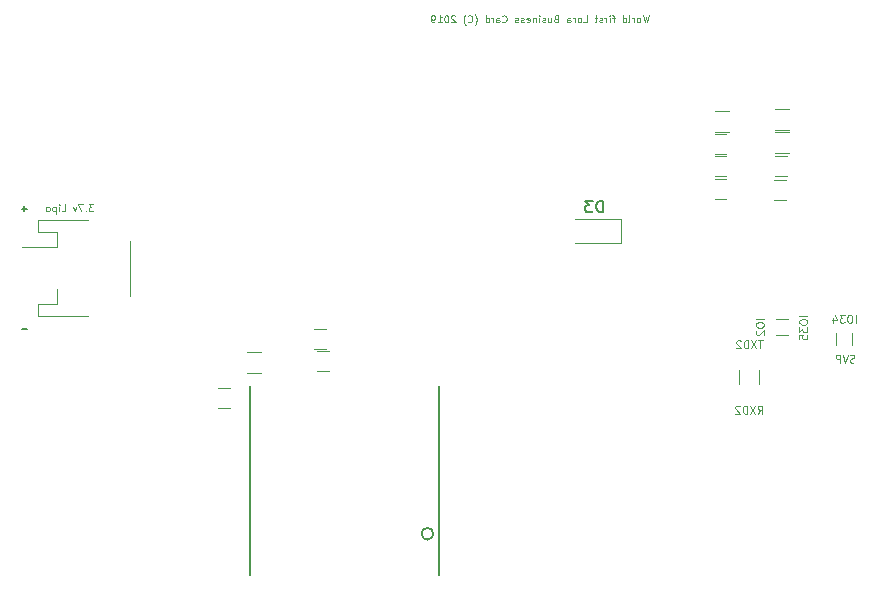
<source format=gbr>
G04 #@! TF.GenerationSoftware,KiCad,Pcbnew,(5.1.2)-1*
G04 #@! TF.CreationDate,2019-08-13T14:32:56+02:00*
G04 #@! TF.ProjectId,tinyRF24,74696e79-5246-4323-942e-6b696361645f,rev?*
G04 #@! TF.SameCoordinates,Original*
G04 #@! TF.FileFunction,Legend,Bot*
G04 #@! TF.FilePolarity,Positive*
%FSLAX46Y46*%
G04 Gerber Fmt 4.6, Leading zero omitted, Abs format (unit mm)*
G04 Created by KiCad (PCBNEW (5.1.2)-1) date 2019-08-13 14:32:56*
%MOMM*%
%LPD*%
G04 APERTURE LIST*
%ADD10C,0.080000*%
%ADD11C,0.075000*%
%ADD12C,0.150000*%
%ADD13C,0.120000*%
G04 APERTURE END LIST*
D10*
X152000071Y-75797214D02*
X151340071Y-75797214D01*
X151340071Y-76237214D02*
X151340071Y-76362928D01*
X151371500Y-76425785D01*
X151434357Y-76488642D01*
X151560071Y-76520071D01*
X151780071Y-76520071D01*
X151905785Y-76488642D01*
X151968642Y-76425785D01*
X152000071Y-76362928D01*
X152000071Y-76237214D01*
X151968642Y-76174357D01*
X151905785Y-76111500D01*
X151780071Y-76080071D01*
X151560071Y-76080071D01*
X151434357Y-76111500D01*
X151371500Y-76174357D01*
X151340071Y-76237214D01*
X151340071Y-76740071D02*
X151340071Y-77148642D01*
X151591500Y-76928642D01*
X151591500Y-77022928D01*
X151622928Y-77085785D01*
X151654357Y-77117214D01*
X151717214Y-77148642D01*
X151874357Y-77148642D01*
X151937214Y-77117214D01*
X151968642Y-77085785D01*
X152000071Y-77022928D01*
X152000071Y-76834357D01*
X151968642Y-76771500D01*
X151937214Y-76740071D01*
X151340071Y-77745785D02*
X151340071Y-77431500D01*
X151654357Y-77400071D01*
X151622928Y-77431500D01*
X151591500Y-77494357D01*
X151591500Y-77651500D01*
X151622928Y-77714357D01*
X151654357Y-77745785D01*
X151717214Y-77777214D01*
X151874357Y-77777214D01*
X151937214Y-77745785D01*
X151968642Y-77714357D01*
X152000071Y-77651500D01*
X152000071Y-77494357D01*
X151968642Y-77431500D01*
X151937214Y-77400071D01*
X148317071Y-76048000D02*
X147657071Y-76048000D01*
X147657071Y-76488000D02*
X147657071Y-76613714D01*
X147688500Y-76676571D01*
X147751357Y-76739428D01*
X147877071Y-76770857D01*
X148097071Y-76770857D01*
X148222785Y-76739428D01*
X148285642Y-76676571D01*
X148317071Y-76613714D01*
X148317071Y-76488000D01*
X148285642Y-76425142D01*
X148222785Y-76362285D01*
X148097071Y-76330857D01*
X147877071Y-76330857D01*
X147751357Y-76362285D01*
X147688500Y-76425142D01*
X147657071Y-76488000D01*
X147719928Y-77022285D02*
X147688500Y-77053714D01*
X147657071Y-77116571D01*
X147657071Y-77273714D01*
X147688500Y-77336571D01*
X147719928Y-77368000D01*
X147782785Y-77399428D01*
X147845642Y-77399428D01*
X147939928Y-77368000D01*
X148317071Y-76990857D01*
X148317071Y-77399428D01*
X155995428Y-79705642D02*
X155901142Y-79737071D01*
X155744000Y-79737071D01*
X155681142Y-79705642D01*
X155649714Y-79674214D01*
X155618285Y-79611357D01*
X155618285Y-79548500D01*
X155649714Y-79485642D01*
X155681142Y-79454214D01*
X155744000Y-79422785D01*
X155869714Y-79391357D01*
X155932571Y-79359928D01*
X155964000Y-79328500D01*
X155995428Y-79265642D01*
X155995428Y-79202785D01*
X155964000Y-79139928D01*
X155932571Y-79108500D01*
X155869714Y-79077071D01*
X155712571Y-79077071D01*
X155618285Y-79108500D01*
X155429714Y-79077071D02*
X155209714Y-79737071D01*
X154989714Y-79077071D01*
X154769714Y-79737071D02*
X154769714Y-79077071D01*
X154518285Y-79077071D01*
X154455428Y-79108500D01*
X154424000Y-79139928D01*
X154392571Y-79202785D01*
X154392571Y-79297071D01*
X154424000Y-79359928D01*
X154455428Y-79391357D01*
X154518285Y-79422785D01*
X154769714Y-79422785D01*
X156104785Y-76371571D02*
X156104785Y-75711571D01*
X155664785Y-75711571D02*
X155539071Y-75711571D01*
X155476214Y-75743000D01*
X155413357Y-75805857D01*
X155381928Y-75931571D01*
X155381928Y-76151571D01*
X155413357Y-76277285D01*
X155476214Y-76340142D01*
X155539071Y-76371571D01*
X155664785Y-76371571D01*
X155727642Y-76340142D01*
X155790500Y-76277285D01*
X155821928Y-76151571D01*
X155821928Y-75931571D01*
X155790500Y-75805857D01*
X155727642Y-75743000D01*
X155664785Y-75711571D01*
X155161928Y-75711571D02*
X154753357Y-75711571D01*
X154973357Y-75963000D01*
X154879071Y-75963000D01*
X154816214Y-75994428D01*
X154784785Y-76025857D01*
X154753357Y-76088714D01*
X154753357Y-76245857D01*
X154784785Y-76308714D01*
X154816214Y-76340142D01*
X154879071Y-76371571D01*
X155067642Y-76371571D01*
X155130500Y-76340142D01*
X155161928Y-76308714D01*
X154187642Y-75931571D02*
X154187642Y-76371571D01*
X154344785Y-75680142D02*
X154501928Y-76151571D01*
X154093357Y-76151571D01*
X148213142Y-77870571D02*
X147836000Y-77870571D01*
X148024571Y-78530571D02*
X148024571Y-77870571D01*
X147678857Y-77870571D02*
X147238857Y-78530571D01*
X147238857Y-77870571D02*
X147678857Y-78530571D01*
X146987428Y-78530571D02*
X146987428Y-77870571D01*
X146830285Y-77870571D01*
X146736000Y-77902000D01*
X146673142Y-77964857D01*
X146641714Y-78027714D01*
X146610285Y-78153428D01*
X146610285Y-78247714D01*
X146641714Y-78373428D01*
X146673142Y-78436285D01*
X146736000Y-78499142D01*
X146830285Y-78530571D01*
X146987428Y-78530571D01*
X146358857Y-77933428D02*
X146327428Y-77902000D01*
X146264571Y-77870571D01*
X146107428Y-77870571D01*
X146044571Y-77902000D01*
X146013142Y-77933428D01*
X145981714Y-77996285D01*
X145981714Y-78059142D01*
X146013142Y-78153428D01*
X146390285Y-78530571D01*
X145981714Y-78530571D01*
X147820285Y-84055071D02*
X148040285Y-83740785D01*
X148197428Y-84055071D02*
X148197428Y-83395071D01*
X147946000Y-83395071D01*
X147883142Y-83426500D01*
X147851714Y-83457928D01*
X147820285Y-83520785D01*
X147820285Y-83615071D01*
X147851714Y-83677928D01*
X147883142Y-83709357D01*
X147946000Y-83740785D01*
X148197428Y-83740785D01*
X147600285Y-83395071D02*
X147160285Y-84055071D01*
X147160285Y-83395071D02*
X147600285Y-84055071D01*
X146908857Y-84055071D02*
X146908857Y-83395071D01*
X146751714Y-83395071D01*
X146657428Y-83426500D01*
X146594571Y-83489357D01*
X146563142Y-83552214D01*
X146531714Y-83677928D01*
X146531714Y-83772214D01*
X146563142Y-83897928D01*
X146594571Y-83960785D01*
X146657428Y-84023642D01*
X146751714Y-84055071D01*
X146908857Y-84055071D01*
X146280285Y-83457928D02*
X146248857Y-83426500D01*
X146186000Y-83395071D01*
X146028857Y-83395071D01*
X145966000Y-83426500D01*
X145934571Y-83457928D01*
X145903142Y-83520785D01*
X145903142Y-83583642D01*
X145934571Y-83677928D01*
X146311714Y-84055071D01*
X145903142Y-84055071D01*
D11*
X138592357Y-50344428D02*
X138449500Y-50944428D01*
X138335214Y-50515857D01*
X138220928Y-50944428D01*
X138078071Y-50344428D01*
X137763785Y-50944428D02*
X137820928Y-50915857D01*
X137849500Y-50887285D01*
X137878071Y-50830142D01*
X137878071Y-50658714D01*
X137849500Y-50601571D01*
X137820928Y-50573000D01*
X137763785Y-50544428D01*
X137678071Y-50544428D01*
X137620928Y-50573000D01*
X137592357Y-50601571D01*
X137563785Y-50658714D01*
X137563785Y-50830142D01*
X137592357Y-50887285D01*
X137620928Y-50915857D01*
X137678071Y-50944428D01*
X137763785Y-50944428D01*
X137306642Y-50944428D02*
X137306642Y-50544428D01*
X137306642Y-50658714D02*
X137278071Y-50601571D01*
X137249500Y-50573000D01*
X137192357Y-50544428D01*
X137135214Y-50544428D01*
X136849500Y-50944428D02*
X136906642Y-50915857D01*
X136935214Y-50858714D01*
X136935214Y-50344428D01*
X136363785Y-50944428D02*
X136363785Y-50344428D01*
X136363785Y-50915857D02*
X136420928Y-50944428D01*
X136535214Y-50944428D01*
X136592357Y-50915857D01*
X136620928Y-50887285D01*
X136649500Y-50830142D01*
X136649500Y-50658714D01*
X136620928Y-50601571D01*
X136592357Y-50573000D01*
X136535214Y-50544428D01*
X136420928Y-50544428D01*
X136363785Y-50573000D01*
X135706642Y-50544428D02*
X135478071Y-50544428D01*
X135620928Y-50944428D02*
X135620928Y-50430142D01*
X135592357Y-50373000D01*
X135535214Y-50344428D01*
X135478071Y-50344428D01*
X135278071Y-50944428D02*
X135278071Y-50544428D01*
X135278071Y-50344428D02*
X135306642Y-50373000D01*
X135278071Y-50401571D01*
X135249500Y-50373000D01*
X135278071Y-50344428D01*
X135278071Y-50401571D01*
X134992357Y-50944428D02*
X134992357Y-50544428D01*
X134992357Y-50658714D02*
X134963785Y-50601571D01*
X134935214Y-50573000D01*
X134878071Y-50544428D01*
X134820928Y-50544428D01*
X134649500Y-50915857D02*
X134592357Y-50944428D01*
X134478071Y-50944428D01*
X134420928Y-50915857D01*
X134392357Y-50858714D01*
X134392357Y-50830142D01*
X134420928Y-50773000D01*
X134478071Y-50744428D01*
X134563785Y-50744428D01*
X134620928Y-50715857D01*
X134649500Y-50658714D01*
X134649500Y-50630142D01*
X134620928Y-50573000D01*
X134563785Y-50544428D01*
X134478071Y-50544428D01*
X134420928Y-50573000D01*
X134220928Y-50544428D02*
X133992357Y-50544428D01*
X134135214Y-50344428D02*
X134135214Y-50858714D01*
X134106642Y-50915857D01*
X134049500Y-50944428D01*
X133992357Y-50944428D01*
X133049500Y-50944428D02*
X133335214Y-50944428D01*
X133335214Y-50344428D01*
X132763785Y-50944428D02*
X132820928Y-50915857D01*
X132849500Y-50887285D01*
X132878071Y-50830142D01*
X132878071Y-50658714D01*
X132849500Y-50601571D01*
X132820928Y-50573000D01*
X132763785Y-50544428D01*
X132678071Y-50544428D01*
X132620928Y-50573000D01*
X132592357Y-50601571D01*
X132563785Y-50658714D01*
X132563785Y-50830142D01*
X132592357Y-50887285D01*
X132620928Y-50915857D01*
X132678071Y-50944428D01*
X132763785Y-50944428D01*
X132306642Y-50944428D02*
X132306642Y-50544428D01*
X132306642Y-50658714D02*
X132278071Y-50601571D01*
X132249500Y-50573000D01*
X132192357Y-50544428D01*
X132135214Y-50544428D01*
X131678071Y-50944428D02*
X131678071Y-50630142D01*
X131706642Y-50573000D01*
X131763785Y-50544428D01*
X131878071Y-50544428D01*
X131935214Y-50573000D01*
X131678071Y-50915857D02*
X131735214Y-50944428D01*
X131878071Y-50944428D01*
X131935214Y-50915857D01*
X131963785Y-50858714D01*
X131963785Y-50801571D01*
X131935214Y-50744428D01*
X131878071Y-50715857D01*
X131735214Y-50715857D01*
X131678071Y-50687285D01*
X130735214Y-50630142D02*
X130649500Y-50658714D01*
X130620928Y-50687285D01*
X130592357Y-50744428D01*
X130592357Y-50830142D01*
X130620928Y-50887285D01*
X130649500Y-50915857D01*
X130706642Y-50944428D01*
X130935214Y-50944428D01*
X130935214Y-50344428D01*
X130735214Y-50344428D01*
X130678071Y-50373000D01*
X130649500Y-50401571D01*
X130620928Y-50458714D01*
X130620928Y-50515857D01*
X130649500Y-50573000D01*
X130678071Y-50601571D01*
X130735214Y-50630142D01*
X130935214Y-50630142D01*
X130078071Y-50544428D02*
X130078071Y-50944428D01*
X130335214Y-50544428D02*
X130335214Y-50858714D01*
X130306642Y-50915857D01*
X130249500Y-50944428D01*
X130163785Y-50944428D01*
X130106642Y-50915857D01*
X130078071Y-50887285D01*
X129820928Y-50915857D02*
X129763785Y-50944428D01*
X129649500Y-50944428D01*
X129592357Y-50915857D01*
X129563785Y-50858714D01*
X129563785Y-50830142D01*
X129592357Y-50773000D01*
X129649500Y-50744428D01*
X129735214Y-50744428D01*
X129792357Y-50715857D01*
X129820928Y-50658714D01*
X129820928Y-50630142D01*
X129792357Y-50573000D01*
X129735214Y-50544428D01*
X129649500Y-50544428D01*
X129592357Y-50573000D01*
X129306642Y-50944428D02*
X129306642Y-50544428D01*
X129306642Y-50344428D02*
X129335214Y-50373000D01*
X129306642Y-50401571D01*
X129278071Y-50373000D01*
X129306642Y-50344428D01*
X129306642Y-50401571D01*
X129020928Y-50544428D02*
X129020928Y-50944428D01*
X129020928Y-50601571D02*
X128992357Y-50573000D01*
X128935214Y-50544428D01*
X128849500Y-50544428D01*
X128792357Y-50573000D01*
X128763785Y-50630142D01*
X128763785Y-50944428D01*
X128249500Y-50915857D02*
X128306642Y-50944428D01*
X128420928Y-50944428D01*
X128478071Y-50915857D01*
X128506642Y-50858714D01*
X128506642Y-50630142D01*
X128478071Y-50573000D01*
X128420928Y-50544428D01*
X128306642Y-50544428D01*
X128249500Y-50573000D01*
X128220928Y-50630142D01*
X128220928Y-50687285D01*
X128506642Y-50744428D01*
X127992357Y-50915857D02*
X127935214Y-50944428D01*
X127820928Y-50944428D01*
X127763785Y-50915857D01*
X127735214Y-50858714D01*
X127735214Y-50830142D01*
X127763785Y-50773000D01*
X127820928Y-50744428D01*
X127906642Y-50744428D01*
X127963785Y-50715857D01*
X127992357Y-50658714D01*
X127992357Y-50630142D01*
X127963785Y-50573000D01*
X127906642Y-50544428D01*
X127820928Y-50544428D01*
X127763785Y-50573000D01*
X127506642Y-50915857D02*
X127449500Y-50944428D01*
X127335214Y-50944428D01*
X127278071Y-50915857D01*
X127249500Y-50858714D01*
X127249500Y-50830142D01*
X127278071Y-50773000D01*
X127335214Y-50744428D01*
X127420928Y-50744428D01*
X127478071Y-50715857D01*
X127506642Y-50658714D01*
X127506642Y-50630142D01*
X127478071Y-50573000D01*
X127420928Y-50544428D01*
X127335214Y-50544428D01*
X127278071Y-50573000D01*
X126192357Y-50887285D02*
X126220928Y-50915857D01*
X126306642Y-50944428D01*
X126363785Y-50944428D01*
X126449500Y-50915857D01*
X126506642Y-50858714D01*
X126535214Y-50801571D01*
X126563785Y-50687285D01*
X126563785Y-50601571D01*
X126535214Y-50487285D01*
X126506642Y-50430142D01*
X126449500Y-50373000D01*
X126363785Y-50344428D01*
X126306642Y-50344428D01*
X126220928Y-50373000D01*
X126192357Y-50401571D01*
X125678071Y-50944428D02*
X125678071Y-50630142D01*
X125706642Y-50573000D01*
X125763785Y-50544428D01*
X125878071Y-50544428D01*
X125935214Y-50573000D01*
X125678071Y-50915857D02*
X125735214Y-50944428D01*
X125878071Y-50944428D01*
X125935214Y-50915857D01*
X125963785Y-50858714D01*
X125963785Y-50801571D01*
X125935214Y-50744428D01*
X125878071Y-50715857D01*
X125735214Y-50715857D01*
X125678071Y-50687285D01*
X125392357Y-50944428D02*
X125392357Y-50544428D01*
X125392357Y-50658714D02*
X125363785Y-50601571D01*
X125335214Y-50573000D01*
X125278071Y-50544428D01*
X125220928Y-50544428D01*
X124763785Y-50944428D02*
X124763785Y-50344428D01*
X124763785Y-50915857D02*
X124820928Y-50944428D01*
X124935214Y-50944428D01*
X124992357Y-50915857D01*
X125020928Y-50887285D01*
X125049500Y-50830142D01*
X125049500Y-50658714D01*
X125020928Y-50601571D01*
X124992357Y-50573000D01*
X124935214Y-50544428D01*
X124820928Y-50544428D01*
X124763785Y-50573000D01*
X123849500Y-51173000D02*
X123878071Y-51144428D01*
X123935214Y-51058714D01*
X123963785Y-51001571D01*
X123992357Y-50915857D01*
X124020928Y-50773000D01*
X124020928Y-50658714D01*
X123992357Y-50515857D01*
X123963785Y-50430142D01*
X123935214Y-50373000D01*
X123878071Y-50287285D01*
X123849500Y-50258714D01*
X123278071Y-50887285D02*
X123306642Y-50915857D01*
X123392357Y-50944428D01*
X123449500Y-50944428D01*
X123535214Y-50915857D01*
X123592357Y-50858714D01*
X123620928Y-50801571D01*
X123649500Y-50687285D01*
X123649500Y-50601571D01*
X123620928Y-50487285D01*
X123592357Y-50430142D01*
X123535214Y-50373000D01*
X123449500Y-50344428D01*
X123392357Y-50344428D01*
X123306642Y-50373000D01*
X123278071Y-50401571D01*
X123078071Y-51173000D02*
X123049500Y-51144428D01*
X122992357Y-51058714D01*
X122963785Y-51001571D01*
X122935214Y-50915857D01*
X122906642Y-50773000D01*
X122906642Y-50658714D01*
X122935214Y-50515857D01*
X122963785Y-50430142D01*
X122992357Y-50373000D01*
X123049500Y-50287285D01*
X123078071Y-50258714D01*
X122192357Y-50401571D02*
X122163785Y-50373000D01*
X122106642Y-50344428D01*
X121963785Y-50344428D01*
X121906642Y-50373000D01*
X121878071Y-50401571D01*
X121849500Y-50458714D01*
X121849500Y-50515857D01*
X121878071Y-50601571D01*
X122220928Y-50944428D01*
X121849500Y-50944428D01*
X121478071Y-50344428D02*
X121420928Y-50344428D01*
X121363785Y-50373000D01*
X121335214Y-50401571D01*
X121306642Y-50458714D01*
X121278071Y-50573000D01*
X121278071Y-50715857D01*
X121306642Y-50830142D01*
X121335214Y-50887285D01*
X121363785Y-50915857D01*
X121420928Y-50944428D01*
X121478071Y-50944428D01*
X121535214Y-50915857D01*
X121563785Y-50887285D01*
X121592357Y-50830142D01*
X121620928Y-50715857D01*
X121620928Y-50573000D01*
X121592357Y-50458714D01*
X121563785Y-50401571D01*
X121535214Y-50373000D01*
X121478071Y-50344428D01*
X120706642Y-50944428D02*
X121049500Y-50944428D01*
X120878071Y-50944428D02*
X120878071Y-50344428D01*
X120935214Y-50430142D01*
X120992357Y-50487285D01*
X121049500Y-50515857D01*
X120420928Y-50944428D02*
X120306642Y-50944428D01*
X120249500Y-50915857D01*
X120220928Y-50887285D01*
X120163785Y-50801571D01*
X120135214Y-50687285D01*
X120135214Y-50458714D01*
X120163785Y-50401571D01*
X120192357Y-50373000D01*
X120249500Y-50344428D01*
X120363785Y-50344428D01*
X120420928Y-50373000D01*
X120449500Y-50401571D01*
X120478071Y-50458714D01*
X120478071Y-50601571D01*
X120449500Y-50658714D01*
X120420928Y-50687285D01*
X120363785Y-50715857D01*
X120249500Y-50715857D01*
X120192357Y-50687285D01*
X120163785Y-50658714D01*
X120135214Y-50601571D01*
X91549285Y-66346428D02*
X91177857Y-66346428D01*
X91377857Y-66575000D01*
X91292142Y-66575000D01*
X91235000Y-66603571D01*
X91206428Y-66632142D01*
X91177857Y-66689285D01*
X91177857Y-66832142D01*
X91206428Y-66889285D01*
X91235000Y-66917857D01*
X91292142Y-66946428D01*
X91463571Y-66946428D01*
X91520714Y-66917857D01*
X91549285Y-66889285D01*
X90920714Y-66889285D02*
X90892142Y-66917857D01*
X90920714Y-66946428D01*
X90949285Y-66917857D01*
X90920714Y-66889285D01*
X90920714Y-66946428D01*
X90692142Y-66346428D02*
X90292142Y-66346428D01*
X90549285Y-66946428D01*
X90120714Y-66546428D02*
X89977857Y-66946428D01*
X89835000Y-66546428D01*
X88863571Y-66946428D02*
X89149285Y-66946428D01*
X89149285Y-66346428D01*
X88663571Y-66946428D02*
X88663571Y-66546428D01*
X88663571Y-66346428D02*
X88692142Y-66375000D01*
X88663571Y-66403571D01*
X88635000Y-66375000D01*
X88663571Y-66346428D01*
X88663571Y-66403571D01*
X88377857Y-66546428D02*
X88377857Y-67146428D01*
X88377857Y-66575000D02*
X88320714Y-66546428D01*
X88206428Y-66546428D01*
X88149285Y-66575000D01*
X88120714Y-66603571D01*
X88092142Y-66660714D01*
X88092142Y-66832142D01*
X88120714Y-66889285D01*
X88149285Y-66917857D01*
X88206428Y-66946428D01*
X88320714Y-66946428D01*
X88377857Y-66917857D01*
X87749285Y-66946428D02*
X87806428Y-66917857D01*
X87835000Y-66889285D01*
X87863571Y-66832142D01*
X87863571Y-66660714D01*
X87835000Y-66603571D01*
X87806428Y-66575000D01*
X87749285Y-66546428D01*
X87663571Y-66546428D01*
X87606428Y-66575000D01*
X87577857Y-66603571D01*
X87549285Y-66660714D01*
X87549285Y-66832142D01*
X87577857Y-66889285D01*
X87606428Y-66917857D01*
X87663571Y-66946428D01*
X87749285Y-66946428D01*
D12*
X85953571Y-76877857D02*
X85496428Y-76877857D01*
X85953571Y-66717857D02*
X85496428Y-66717857D01*
X85725000Y-66946428D02*
X85725000Y-66489285D01*
D13*
X144180000Y-60189000D02*
X145380000Y-60189000D01*
X145380000Y-58429000D02*
X144180000Y-58429000D01*
X104590000Y-80610000D02*
X105790000Y-80610000D01*
X105790000Y-78850000D02*
X104590000Y-78850000D01*
D12*
X120340000Y-94230000D02*
G75*
G03X120340000Y-94230000I-500000J0D01*
G01*
X104840000Y-97730000D02*
X104840000Y-81730000D01*
X120840000Y-97730000D02*
X120840000Y-81730000D01*
D13*
X111487000Y-80458000D02*
X110487000Y-80458000D01*
X110487000Y-78758000D02*
X111487000Y-78758000D01*
X102090000Y-81880000D02*
X103090000Y-81880000D01*
X103090000Y-83580000D02*
X102090000Y-83580000D01*
X150460000Y-60207000D02*
X149260000Y-60207000D01*
X149260000Y-61967000D02*
X150460000Y-61967000D01*
X110224000Y-76874000D02*
X111224000Y-76874000D01*
X111224000Y-78574000D02*
X110224000Y-78574000D01*
X145153000Y-63969000D02*
X144153000Y-63969000D01*
X144153000Y-62269000D02*
X145153000Y-62269000D01*
X145153000Y-65874000D02*
X144153000Y-65874000D01*
X144153000Y-64174000D02*
X145153000Y-64174000D01*
X149213000Y-64301000D02*
X150213000Y-64301000D01*
X150213000Y-66001000D02*
X149213000Y-66001000D01*
X150253000Y-63969000D02*
X149253000Y-63969000D01*
X149253000Y-62269000D02*
X150253000Y-62269000D01*
X144153000Y-60364000D02*
X145153000Y-60364000D01*
X145153000Y-62064000D02*
X144153000Y-62064000D01*
X150460000Y-58302000D02*
X149260000Y-58302000D01*
X149260000Y-60062000D02*
X150460000Y-60062000D01*
X136235000Y-67580000D02*
X132335000Y-67580000D01*
X136235000Y-69580000D02*
X132335000Y-69580000D01*
X136235000Y-67580000D02*
X136235000Y-69580000D01*
X88445000Y-69980000D02*
X85545000Y-69980000D01*
X94645000Y-69430000D02*
X94645000Y-74080000D01*
X88445000Y-74805000D02*
X88445000Y-73530000D01*
X86845000Y-74805000D02*
X88445000Y-74805000D01*
X86845000Y-75805000D02*
X86845000Y-74805000D01*
X91070000Y-75805000D02*
X86845000Y-75805000D01*
X86845000Y-67705000D02*
X91070000Y-67705000D01*
X86845000Y-68705000D02*
X86845000Y-67705000D01*
X88445000Y-68705000D02*
X86845000Y-68705000D01*
X88445000Y-69980000D02*
X88445000Y-68705000D01*
X146186000Y-80362500D02*
X146186000Y-81562500D01*
X147946000Y-81562500D02*
X147946000Y-80362500D01*
X155810500Y-78224000D02*
X155810500Y-77224000D01*
X154450500Y-77224000D02*
X154450500Y-78224000D01*
X150360000Y-76028000D02*
X149360000Y-76028000D01*
X149360000Y-77388000D02*
X150360000Y-77388000D01*
D12*
X134723095Y-67032380D02*
X134723095Y-66032380D01*
X134485000Y-66032380D01*
X134342142Y-66080000D01*
X134246904Y-66175238D01*
X134199285Y-66270476D01*
X134151666Y-66460952D01*
X134151666Y-66603809D01*
X134199285Y-66794285D01*
X134246904Y-66889523D01*
X134342142Y-66984761D01*
X134485000Y-67032380D01*
X134723095Y-67032380D01*
X133818333Y-66032380D02*
X133199285Y-66032380D01*
X133532619Y-66413333D01*
X133389761Y-66413333D01*
X133294523Y-66460952D01*
X133246904Y-66508571D01*
X133199285Y-66603809D01*
X133199285Y-66841904D01*
X133246904Y-66937142D01*
X133294523Y-66984761D01*
X133389761Y-67032380D01*
X133675476Y-67032380D01*
X133770714Y-66984761D01*
X133818333Y-66937142D01*
M02*

</source>
